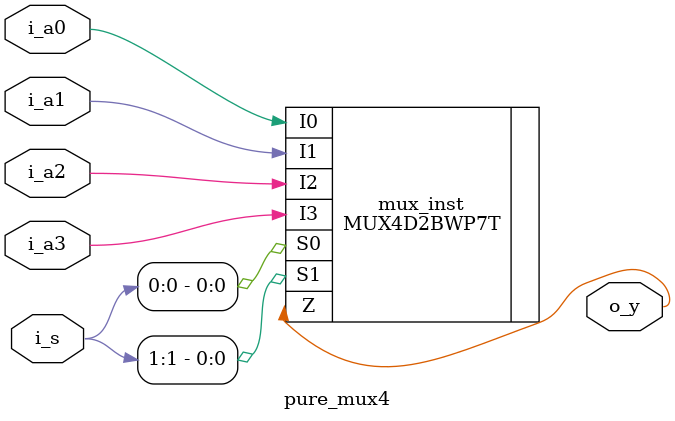
<source format=v>

`timescale 1ns/1ns

module pure_mux4 #(
    parameter DOMAIN_3V0 = 0
  )(
    input        i_a0,
    input        i_a1,
    input        i_a2,
    input        i_a3,
    input  [1:0] i_s,
    output       o_y
  );

  MUX4D2BWP7T mux_inst(
    .I0  (i_a0),
    .I1  (i_a1),
    .I2  (i_a2),
    .I3  (i_a3),
    .S0  (i_s[0]),
    .S1  (i_s[1]),
    .Z   (o_y)
  );

endmodule


</source>
